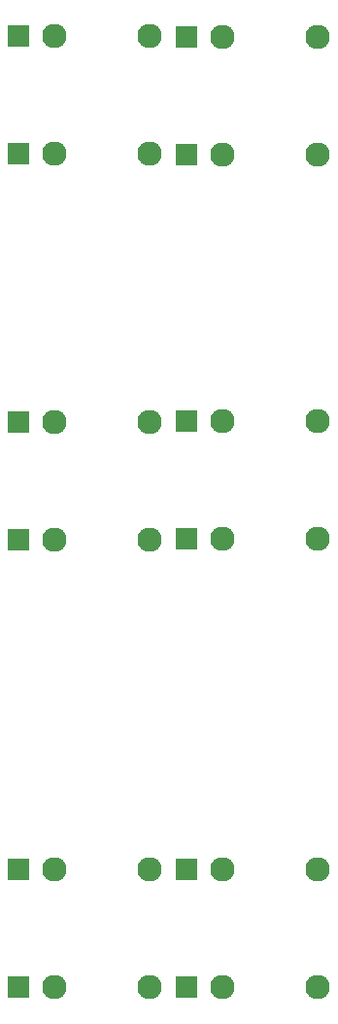
<source format=gbr>
%TF.GenerationSoftware,KiCad,Pcbnew,(7.0.0)*%
%TF.CreationDate,2023-03-06T17:55:23-08:00*%
%TF.ProjectId,my active mult,6d792061-6374-4697-9665-206d756c742e,rev?*%
%TF.SameCoordinates,Original*%
%TF.FileFunction,Soldermask,Bot*%
%TF.FilePolarity,Negative*%
%FSLAX46Y46*%
G04 Gerber Fmt 4.6, Leading zero omitted, Abs format (unit mm)*
G04 Created by KiCad (PCBNEW (7.0.0)) date 2023-03-06 17:55:23*
%MOMM*%
%LPD*%
G01*
G04 APERTURE LIST*
%ADD10R,1.830000X1.930000*%
%ADD11C,2.130000*%
G04 APERTURE END LIST*
D10*
%TO.C,J3*%
X36719999Y-53999999D03*
D11*
X48120000Y-54000000D03*
X39820000Y-54000000D03*
%TD*%
%TO.C,J13*%
X25200000Y-126500000D03*
X33500000Y-126500000D03*
D10*
X22099999Y-126499999D03*
%TD*%
D11*
%TO.C,J12*%
X25200000Y-116250000D03*
X33500000Y-116250000D03*
D10*
X22099999Y-116249999D03*
%TD*%
D11*
%TO.C,J11*%
X39820000Y-126500000D03*
X48120000Y-126500000D03*
D10*
X36719999Y-126499999D03*
%TD*%
D11*
%TO.C,J10*%
X39820000Y-116250000D03*
X48120000Y-116250000D03*
D10*
X36719999Y-116249999D03*
%TD*%
D11*
%TO.C,J9*%
X25200000Y-87500000D03*
X33500000Y-87500000D03*
D10*
X22099999Y-87499999D03*
%TD*%
D11*
%TO.C,J8*%
X25200000Y-77250000D03*
X33500000Y-77250000D03*
D10*
X22099999Y-77249999D03*
%TD*%
D11*
%TO.C,J7*%
X39830000Y-87450000D03*
X48130000Y-87450000D03*
D10*
X36729999Y-87449999D03*
%TD*%
D11*
%TO.C,J6*%
X39830000Y-77200000D03*
X48130000Y-77200000D03*
D10*
X36729999Y-77199999D03*
%TD*%
D11*
%TO.C,J5*%
X25170000Y-53950000D03*
X33470000Y-53950000D03*
D10*
X22069999Y-53949999D03*
%TD*%
D11*
%TO.C,J4*%
X25170000Y-43700000D03*
X33470000Y-43700000D03*
D10*
X22069999Y-43699999D03*
%TD*%
D11*
%TO.C,J2*%
X39820000Y-43750000D03*
X48120000Y-43750000D03*
D10*
X36719999Y-43749999D03*
%TD*%
M02*

</source>
